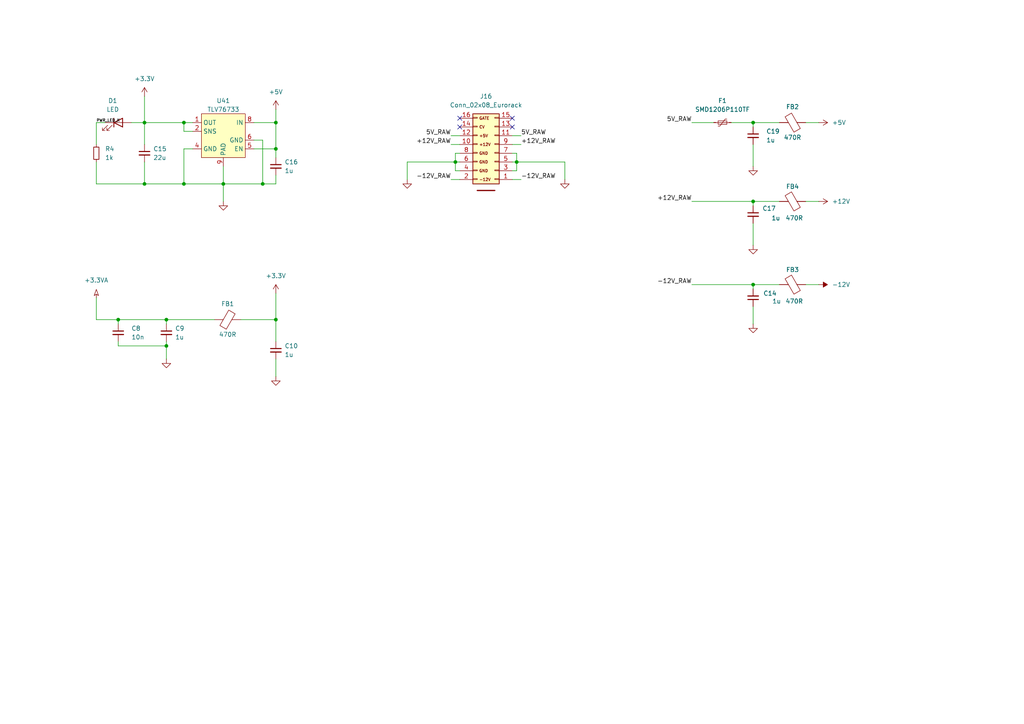
<source format=kicad_sch>
(kicad_sch (version 20231120) (generator "eeschema") (generator_version "8.0")
  (paper "A4")
  (lib_symbols
    (symbol "Device:C_Small" (pin_numbers hide) (pin_names (offset 0.254) hide)
      (property "Reference" "C" (at 0.254 1.778 0))
      (property "Value" "C_Small" (at 0.254 -2.032 0))
      (symbol "C_Small_0_1"
        (polyline (pts (xy -1.524 -0.508) (xy 1.524 -0.508)) (stroke (width 0.3302)))
        (polyline (pts (xy -1.524 0.508) (xy 1.524 0.508)) (stroke (width 0.3048)))
      )
      (symbol "C_Small_1_1"
        (pin passive line (at 0 2.54 270) (length 2.032) (name "~") (number "1"))
        (pin passive line (at 0 -2.54 90) (length 2.032) (name "~") (number "2"))
      )
    )
    (symbol "Device:FerriteBead" (pin_numbers hide) (pin_names (offset 0))
      (property "Reference" "FB" (at -3.81 0.635 90))
      (property "Value" "FerriteBead" (at 3.81 0 90))
      (symbol "FerriteBead_0_1"
        (polyline (pts (xy 0 -1.27) (xy 0 -1.2192)))
        (polyline (pts (xy 0 1.27) (xy 0 1.2954)))
        (polyline (pts (xy -2.7686 0.4064) (xy -1.7018 2.2606) (xy 2.7686 -0.3048) (xy 1.6764 -2.159) (xy -2.7686 0.4064)))
      )
      (symbol "FerriteBead_1_1"
        (pin passive line (at 0 3.81 270) (length 2.54) (name "~") (number "1"))
        (pin passive line (at 0 -3.81 90) (length 2.54) (name "~") (number "2"))
      )
    )
    (symbol "Device:LED" (pin_numbers hide) (pin_names (offset 1.016) hide)
      (property "Reference" "D" (at 0 2.54 0))
      (property "Value" "LED" (at 0 -2.54 0))
      (symbol "LED_0_1"
        (polyline (pts (xy -1.27 -1.27) (xy -1.27 1.27)) (stroke (width 0.254)))
        (polyline (pts (xy -1.27 0) (xy 1.27 0)))
        (polyline (pts (xy 1.27 -1.27) (xy 1.27 1.27) (xy -1.27 0) (xy 1.27 -1.27)) (stroke (width 0.254)))
        (polyline (pts (xy -3.048 -0.762) (xy -4.572 -2.286) (xy -3.81 -2.286) (xy -4.572 -2.286) (xy -4.572 -1.524)))
        (polyline (pts (xy -1.778 -0.762) (xy -3.302 -2.286) (xy -2.54 -2.286) (xy -3.302 -2.286) (xy -3.302 -1.524)))
      )
      (symbol "LED_1_1"
        (pin passive line (at -3.81 0 0) (length 2.54) (name "K") (number "1"))
        (pin passive line (at 3.81 0 180) (length 2.54) (name "A") (number "2"))
      )
    )
    (symbol "Device:Polyfuse_Small" (pin_numbers hide) (pin_names (offset 0))
      (property "Reference" "F" (at -1.905 0 90))
      (property "Value" "Polyfuse_Small" (at 1.905 0 90))
      (symbol "Polyfuse_Small_0_1"
        (rectangle (start -0.508 1.27) (end 0.508 -1.27))
        (polyline (pts (xy 0 2.54) (xy 0 -2.54)))
        (polyline (pts (xy -1.016 1.27) (xy -1.016 0.762) (xy 1.016 -0.762) (xy 1.016 -1.27)))
      )
      (symbol "Polyfuse_Small_1_1"
        (pin passive line (at 0 2.54 270) (length 0.635) (name "~") (number "1"))
        (pin passive line (at 0 -2.54 90) (length 0.635) (name "~") (number "2"))
      )
    )
    (symbol "Device:R_Small" (pin_numbers hide) (pin_names (offset 0.254) hide)
      (property "Reference" "R" (at 0.762 0.508 0))
      (property "Value" "R_Small" (at 0.762 -1.016 0))
      (symbol "R_Small_0_1"
        (rectangle (start -0.762 1.778) (end 0.762 -1.778) (stroke (width 0.2032)))
      )
      (symbol "R_Small_1_1"
        (pin passive line (at 0 2.54 270) (length 0.762) (name "~") (number "1"))
        (pin passive line (at 0 -2.54 90) (length 0.762) (name "~") (number "2"))
      )
    )
    (symbol "BMCV:Conn_02x08_Eurorack" (pin_names (offset 1.016) hide)
      (property "Reference" "J16" (at 1.016 -12.954 0))
      (property "Value" "Conn_02x08_Eurorack" (at 1.27 -15.24 0))
      (symbol "Conn_02x08_Eurorack_1_1"
        (rectangle (start -2.54 -10.16) (end -1.27 -10.414) (stroke (width 0.1524)))
        (rectangle (start -2.54 -7.62) (end -1.27 -7.874) (stroke (width 0.1524)))
        (rectangle (start -2.54 -5.08) (end -1.27 -5.334) (stroke (width 0.1524)))
        (rectangle (start -2.54 -2.54) (end -1.27 -2.794) (stroke (width 0.1524)))
        (rectangle (start -2.54 0) (end -1.27 -0.254) (stroke (width 0.1524)))
        (rectangle (start -2.54 2.54) (end -1.27 2.286) (stroke (width 0.1524)))
        (rectangle (start -2.54 5.08) (end -1.27 4.826) (stroke (width 0.1524)))
        (rectangle (start -2.54 7.62) (end -1.27 7.366) (stroke (width 0.1524)))
        (rectangle (start -2.54 8.89) (end 5.08 -11.43) (stroke (width 0.254)) (fill (type background)))
        (polyline (pts (xy -1.27 10.795) (xy 3.81 10.795)) (stroke (width 0.3556)))
        (rectangle (start 5.08 -10.16) (end 3.81 -10.414) (stroke (width 0.1524)))
        (rectangle (start 5.08 -7.62) (end 3.81 -7.874) (stroke (width 0.1524)))
        (rectangle (start 5.08 -5.08) (end 3.81 -5.334) (stroke (width 0.1524)))
        (rectangle (start 5.08 -2.54) (end 3.81 -2.794) (stroke (width 0.1524)))
        (rectangle (start 5.08 0) (end 3.81 -0.254) (stroke (width 0.1524)))
        (rectangle (start 5.08 2.54) (end 3.81 2.286) (stroke (width 0.1524)))
        (rectangle (start 5.08 5.08) (end 3.81 4.826) (stroke (width 0.1524)))
        (rectangle (start 5.08 7.62) (end 3.81 7.366) (stroke (width 0.1524)))
        (text "+12V" (at 3.302 -2.54 0) (effects (font (size 0.8128 0.8128)) (justify right)))
        (text "+5V" (at 3.302 -5.08 0) (effects (font (size 0.8128 0.8128)) (justify right)))
        (text "-12V" (at 3.302 7.62 0) (effects (font (size 0.8128 0.8128)) (justify right)))
        (text "CV" (at 3.302 -7.62 0) (effects (font (size 0.8128 0.8128)) (justify right)))
        (text "GATE" (at 3.302 -10.16 0) (effects (font (size 0.8128 0.8128)) (justify right)))
        (text "GND" (at 3.302 0 0) (effects (font (size 0.8128 0.8128)) (justify right)))
        (text "GND" (at 3.302 2.54 0) (effects (font (size 0.8128 0.8128)) (justify right)))
        (text "GND" (at 3.302 5.08 0) (effects (font (size 0.8128 0.8128)) (justify right)))
        (pin passive line (at -6.35 7.62 0) (length 3.81) (name "Pin_1") (number "1"))
        (pin passive line (at 8.89 -2.54 180) (length 3.81) (name "Pin_10") (number "10"))
        (pin passive line (at -6.35 -5.08 0) (length 3.81) (name "Pin_11") (number "11"))
        (pin passive line (at 8.89 -5.08 180) (length 3.81) (name "Pin_12") (number "12"))
        (pin passive line (at -6.35 -7.62 0) (length 3.81) (name "Pin_13") (number "13"))
        (pin passive line (at 8.89 -7.62 180) (length 3.81) (name "Pin_14") (number "14"))
        (pin passive line (at -6.35 -10.16 0) (length 3.81) (name "Pin_15") (number "15"))
        (pin passive line (at 8.89 -10.16 180) (length 3.81) (name "Pin_16") (number "16"))
        (pin passive line (at 8.89 7.62 180) (length 3.81) (name "Pin_2") (number "2"))
        (pin passive line (at -6.35 5.08 0) (length 3.81) (name "Pin_3") (number "3"))
        (pin passive line (at 8.89 5.08 180) (length 3.81) (name "Pin_4") (number "4"))
        (pin passive line (at -6.35 2.54 0) (length 3.81) (name "Pin_5") (number "5"))
        (pin passive line (at 8.89 2.54 180) (length 3.81) (name "Pin_6") (number "6"))
        (pin passive line (at -6.35 0 0) (length 3.81) (name "Pin_7") (number "7"))
        (pin passive line (at 8.89 0 180) (length 3.81) (name "Pin_8") (number "8"))
        (pin passive line (at -6.35 -2.54 0) (length 3.81) (name "Pin_9") (number "9"))
      )
    )
    (symbol "BMCV:TLV767XX"
      (property "Reference" "U" (at 0 0 0))
      (symbol "TLV767XX_1_1"
        (rectangle (start -6.35 6.35) (end 6.35 -6.35) (fill (type background)))
        (pin power_out line (at -8.89 3.81 0) (length 2.54) (name "OUT") (number "1"))
        (pin input line (at -8.89 1.27 0) (length 2.54) (name "SNS") (number "2"))
        (pin no_connect line (at -8.89 -1.27 0) (length 2.54) hide (name "") (number "3"))
        (pin power_in line (at -8.89 -3.81 0) (length 2.54) (name "GND") (number "4"))
        (pin input line (at 8.89 -3.81 180) (length 2.54) (name "EN") (number "5"))
        (pin power_in line (at 8.89 -1.27 180) (length 2.54) (name "GND") (number "6"))
        (pin no_connect line (at 8.89 1.27 180) (length 2.54) hide (name "") (number "7"))
        (pin power_in line (at 8.89 3.81 180) (length 2.54) (name "IN") (number "8"))
        (pin passive line (at 0 -8.89 90) (length 2.54) (name "PAD") (number "9"))
      )
    )
    (symbol "PCM_4ms_Power-symbol:+3.3V" (power) (pin_names (offset 0))
      (property "Value" "+3.3V" (at 0 3.556 0))
      (symbol "+3.3V_0_1"
        (polyline (pts (xy -0.762 1.27) (xy 0 2.54)))
        (polyline (pts (xy 0 0) (xy 0 2.54)))
        (polyline (pts (xy 0 2.54) (xy 0.762 1.27)))
      )
      (symbol "+3.3V_1_1"
        (pin power_in line (at 0 0 90) (length 0) hide (name "+3V3") (number "1"))
      )
    )
    (symbol "PCM_4ms_Power-symbol:+3.3VA" (power) (pin_names (offset 0))
      (property "Value" "+3.3VA" (at 0 3.81 0))
      (symbol "+3.3VA_0_0"
        (pin power_in line (at 0 0 90) (length 0) hide (name "+3.3VA") (number "1"))
      )
      (symbol "+3.3VA_0_1"
        (polyline (pts (xy 0 0) (xy 0 1.016) (xy 0 1.016)))
        (polyline (pts (xy 0 1.016) (xy -0.635 0.635) (xy 0 2.413) (xy 0.635 0.635) (xy 0 1.016)))
      )
    )
    (symbol "power:+12V" (power) (pin_numbers hide) (pin_names (offset 0) hide)
      (property "Value" "+12V" (at 0 3.556 0))
      (symbol "+12V_0_1"
        (polyline (pts (xy -0.762 1.27) (xy 0 2.54)))
        (polyline (pts (xy 0 0) (xy 0 2.54)))
        (polyline (pts (xy 0 2.54) (xy 0.762 1.27)))
      )
      (symbol "+12V_1_1"
        (pin power_in line (at 0 0 90) (length 0) (name "~") (number "1"))
      )
    )
    (symbol "power:+5V" (power) (pin_numbers hide) (pin_names (offset 0) hide)
      (property "Value" "+5V" (at 0 3.556 0))
      (symbol "+5V_0_1"
        (polyline (pts (xy -0.762 1.27) (xy 0 2.54)))
        (polyline (pts (xy 0 0) (xy 0 2.54)))
        (polyline (pts (xy 0 2.54) (xy 0.762 1.27)))
      )
      (symbol "+5V_1_1"
        (pin power_in line (at 0 0 90) (length 0) (name "~") (number "1"))
      )
    )
    (symbol "power:-12V" (power) (pin_numbers hide) (pin_names (offset 0) hide)
      (property "Value" "-12V" (at 0 3.556 0))
      (symbol "-12V_0_0"
        (pin power_in line (at 0 0 90) (length 0) (name "~") (number "1"))
      )
      (symbol "-12V_0_1"
        (polyline (pts (xy 0 0) (xy 0 1.27) (xy 0.762 1.27) (xy 0 2.54) (xy -0.762 1.27) (xy 0 1.27)) (fill (type outline)))
      )
    )
    (symbol "power:GND" (power) (pin_numbers hide) (pin_names (offset 0) hide)
      (property "Value" "GND" (at 0 -3.81 0))
      (symbol "GND_0_1"
        (polyline (pts (xy 0 0) (xy 0 -1.27) (xy 1.27 -1.27) (xy 0 -2.54) (xy -1.27 -1.27) (xy 0 -1.27)))
      )
      (symbol "GND_1_1"
        (pin power_in line (at 0 0 270) (length 0) (name "~") (number "1"))
      )
    )
  )
  (junction (at 76.2 53.34))
  (junction (at 41.91 53.34))
  (junction (at 218.44 35.56))
  (junction (at 80.01 35.56))
  (junction (at 48.26 92.71))
  (junction (at 53.34 35.56))
  (junction (at 41.91 35.56))
  (junction (at 132.08 46.99))
  (junction (at 34.29 92.71))
  (junction (at 80.01 43.18))
  (junction (at 149.86 46.99))
  (junction (at 218.44 58.42))
  (junction (at 80.01 92.71))
  (junction (at 53.34 53.34))
  (junction (at 64.77 53.34))
  (junction (at 218.44 82.55))
  (junction (at 48.26 100.33))
  (no_connect (at 148.59 36.83))
  (no_connect (at 148.59 34.29))
  (no_connect (at 133.35 34.29))
  (no_connect (at 133.35 36.83))
  (wire (pts (xy 133.35 49.53) (xy 132.08 49.53)))
  (wire (pts (xy 148.59 52.07) (xy 151.13 52.07)))
  (wire (pts (xy 38.1 35.56) (xy 41.91 35.56)))
  (wire (pts (xy 130.81 52.07) (xy 133.35 52.07)))
  (wire (pts (xy 34.29 92.71) (xy 34.29 93.98)))
  (wire (pts (xy 218.44 64.77) (xy 218.44 71.12)))
  (wire (pts (xy 69.85 92.71) (xy 80.01 92.71)))
  (wire (pts (xy 132.08 44.45) (xy 132.08 46.99)))
  (wire (pts (xy 118.11 46.99) (xy 118.11 52.07)))
  (wire (pts (xy 200.66 35.56) (xy 207.01 35.56)))
  (wire (pts (xy 27.94 92.71) (xy 34.29 92.71)))
  (wire (pts (xy 48.26 100.33) (xy 48.26 104.14)))
  (wire (pts (xy 53.34 38.1) (xy 53.34 35.56)))
  (wire (pts (xy 64.77 53.34) (xy 64.77 58.42)))
  (wire (pts (xy 80.01 50.8) (xy 80.01 53.34)))
  (wire (pts (xy 148.59 41.91) (xy 151.13 41.91)))
  (wire (pts (xy 48.26 92.71) (xy 62.23 92.71)))
  (wire (pts (xy 151.13 39.37) (xy 148.59 39.37)))
  (wire (pts (xy 48.26 99.06) (xy 48.26 100.33)))
  (wire (pts (xy 212.09 35.56) (xy 218.44 35.56)))
  (wire (pts (xy 64.77 53.34) (xy 76.2 53.34)))
  (wire (pts (xy 200.66 82.55) (xy 218.44 82.55)))
  (wire (pts (xy 80.01 104.14) (xy 80.01 109.22)))
  (wire (pts (xy 218.44 58.42) (xy 226.06 58.42)))
  (wire (pts (xy 27.94 86.36) (xy 27.94 92.71)))
  (wire (pts (xy 233.68 35.56) (xy 237.49 35.56)))
  (wire (pts (xy 76.2 40.64) (xy 73.66 40.64)))
  (wire (pts (xy 34.29 99.06) (xy 34.29 100.33)))
  (wire (pts (xy 53.34 43.18) (xy 53.34 53.34)))
  (wire (pts (xy 80.01 43.18) (xy 80.01 45.72)))
  (wire (pts (xy 218.44 82.55) (xy 218.44 83.82)))
  (wire (pts (xy 132.08 46.99) (xy 133.35 46.99)))
  (wire (pts (xy 218.44 35.56) (xy 226.06 35.56)))
  (wire (pts (xy 73.66 43.18) (xy 80.01 43.18)))
  (wire (pts (xy 133.35 44.45) (xy 132.08 44.45)))
  (wire (pts (xy 27.94 35.56) (xy 30.48 35.56)))
  (wire (pts (xy 218.44 82.55) (xy 226.06 82.55)))
  (wire (pts (xy 80.01 92.71) (xy 80.01 99.06)))
  (wire (pts (xy 80.01 35.56) (xy 73.66 35.56)))
  (wire (pts (xy 27.94 53.34) (xy 41.91 53.34)))
  (wire (pts (xy 41.91 35.56) (xy 41.91 27.94)))
  (wire (pts (xy 41.91 46.99) (xy 41.91 53.34)))
  (wire (pts (xy 218.44 41.91) (xy 218.44 48.26)))
  (wire (pts (xy 64.77 48.26) (xy 64.77 53.34)))
  (wire (pts (xy 148.59 44.45) (xy 149.86 44.45)))
  (wire (pts (xy 76.2 53.34) (xy 76.2 40.64)))
  (wire (pts (xy 53.34 35.56) (xy 41.91 35.56)))
  (wire (pts (xy 218.44 88.9) (xy 218.44 93.98)))
  (wire (pts (xy 149.86 44.45) (xy 149.86 46.99)))
  (wire (pts (xy 80.01 53.34) (xy 76.2 53.34)))
  (wire (pts (xy 148.59 49.53) (xy 149.86 49.53)))
  (wire (pts (xy 55.88 43.18) (xy 53.34 43.18)))
  (wire (pts (xy 27.94 35.56) (xy 27.94 41.91)))
  (wire (pts (xy 34.29 100.33) (xy 48.26 100.33)))
  (wire (pts (xy 41.91 35.56) (xy 41.91 41.91)))
  (wire (pts (xy 80.01 43.18) (xy 80.01 35.56)))
  (wire (pts (xy 53.34 53.34) (xy 64.77 53.34)))
  (wire (pts (xy 55.88 38.1) (xy 53.34 38.1)))
  (wire (pts (xy 163.83 46.99) (xy 163.83 52.07)))
  (wire (pts (xy 148.59 46.99) (xy 149.86 46.99)))
  (wire (pts (xy 132.08 46.99) (xy 132.08 49.53)))
  (wire (pts (xy 80.01 31.75) (xy 80.01 35.56)))
  (wire (pts (xy 149.86 46.99) (xy 149.86 49.53)))
  (wire (pts (xy 200.66 58.42) (xy 218.44 58.42)))
  (wire (pts (xy 130.81 39.37) (xy 133.35 39.37)))
  (wire (pts (xy 237.49 58.42) (xy 233.68 58.42)))
  (wire (pts (xy 132.08 46.99) (xy 118.11 46.99)))
  (wire (pts (xy 48.26 92.71) (xy 48.26 93.98)))
  (wire (pts (xy 41.91 53.34) (xy 53.34 53.34)))
  (wire (pts (xy 149.86 46.99) (xy 163.83 46.99)))
  (wire (pts (xy 80.01 85.09) (xy 80.01 92.71)))
  (wire (pts (xy 34.29 92.71) (xy 48.26 92.71)))
  (wire (pts (xy 55.88 35.56) (xy 53.34 35.56)))
  (wire (pts (xy 218.44 35.56) (xy 218.44 36.83)))
  (wire (pts (xy 237.49 82.55) (xy 233.68 82.55)))
  (wire (pts (xy 27.94 46.99) (xy 27.94 53.34)))
  (wire (pts (xy 130.81 41.91) (xy 133.35 41.91)))
  (wire (pts (xy 218.44 58.42) (xy 218.44 59.69)))
  (label "+12V_RAW" (at 151.13 41.91 0))
  (label "+12V_RAW" (at 130.81 41.91 180))
  (label "5V_RAW" (at 130.81 39.37 180))
  (label "5V_RAW" (at 151.13 39.37 0))
  (label "+12V_RAW" (at 200.66 58.42 180))
  (label "-12V_RAW" (at 151.13 52.07 0))
  (label "PWR_LED_K" (at 27.94 35.56 0) (effects (font (size 0.8 0.8))))
  (label "-12V_RAW" (at 130.81 52.07 180))
  (label "5V_RAW" (at 200.66 35.56 180))
  (label "-12V_RAW" (at 200.66 82.55 180))
  (symbol (lib_id "Device:C_Small") (at 218.44 39.37 0) (unit 1)
    (property "Reference" "C19" (at 222.25 38.0999 0) (effects (justify left)))
    (property "Value" "1u" (at 222.25 40.6399 0) (effects (justify left)))
    (property "Footprint" "Capacitor_SMD:C_0603_1608Metric" (effects (hide yes)))
    (property "Description" "Unpolarized capacitor, small symbol" (effects (hide yes)))
  )
  (symbol (lib_id "BMCV:TLV767XX") (at 64.77 39.37 0) (unit 1)
    (property "Reference" "U41" (at 64.77 29.21 0))
    (property "Value" "TLV76733" (at 64.77 31.75 0))
    (property "Footprint" "BMCV:HVSSOP-8-1EP_3x3mm_P0.65mm_EP1.57x1.89mm" (effects (hide yes)))
    (property "Description" "C2873382" (effects (hide yes)))
  )
  (symbol (lib_id "PCM_4ms_Power-symbol:+3.3V") (at 80.01 85.09 0) (unit 1)
    (property "Reference" "#PWR011" (effects (hide yes)))
    (property "Value" "+3.3V" (at 80.01 80.01 0))
  )
  (symbol (lib_id "Device:C_Small") (at 41.91 44.45 0) (unit 1)
    (property "Reference" "C15" (at 44.45 43.1862 0) (effects (justify left)))
    (property "Value" "22u" (at 44.45 45.7262 0) (effects (justify left)))
    (property "Footprint" "Capacitor_SMD:C_0805_2012Metric" (effects (hide yes)))
    (property "Description" "Unpolarized capacitor, small symbol" (effects (hide yes)))
  )
  (symbol (lib_id "Device:R_Small") (at 27.94 44.45 180) (unit 1)
    (property "Reference" "R4" (at 30.48 43.1799 0) (effects (justify right)))
    (property "Value" "1k" (at 30.48 45.7199 0) (effects (justify right)))
    (property "Footprint" "Resistor_SMD:R_0402_1005Metric" (effects (hide yes)))
    (property "Description" "Resistor, small symbol" (effects (hide yes)))
  )
  (symbol (lib_id "power:GND") (at 64.77 58.42 0) (unit 1)
    (property "Reference" "#PWR067" (effects (hide yes)))
    (property "Value" "GND" (effects (hide yes)))
    (property "Description" "Power symbol creates a global label with name \"GND\" , ground" (effects (hide yes)))
  )
  (symbol (lib_id "power:+12V") (at 237.49 58.42 270) (unit 1)
    (property "Reference" "#PWR020" (effects (hide yes)))
    (property "Value" "+12V" (at 241.3 58.4201 90) (effects (justify left)))
    (property "Description" "Power symbol creates a global label with name \"+12V\"" (effects (hide yes)))
  )
  (symbol (lib_id "PCM_4ms_Power-symbol:+3.3V") (at 41.91 27.94 0) (unit 1)
    (property "Reference" "#PWR066" (effects (hide yes)))
    (property "Value" "+3.3V" (at 41.91 22.86 0))
  )
  (symbol (lib_id "Device:FerriteBead") (at 66.04 92.71 90) (unit 1)
    (property "Reference" "FB1" (at 66.04 88.138 90))
    (property "Value" "470R" (at 66.04 97.028 90))
    (property "Footprint" "Inductor_SMD:L_0603_1608Metric" (effects (hide yes)))
    (property "Description" "Ferrite bead" (effects (hide yes)))
  )
  (symbol (lib_id "power:+5V") (at 80.01 31.75 0) (unit 1)
    (property "Reference" "#PWR068" (effects (hide yes)))
    (property "Value" "+5V" (at 80.01 26.67 0))
    (property "Description" "Power symbol creates a global label with name \"+5V\"" (effects (hide yes)))
  )
  (symbol (lib_id "power:-12V") (at 237.49 82.55 270) (mirror x) (unit 1)
    (property "Reference" "#PWR026" (effects (hide yes)))
    (property "Value" "-12V" (at 241.3 82.5499 90) (effects (justify left)))
    (property "Description" "Power symbol creates a global label with name \"-12V\"" (effects (hide yes)))
  )
  (symbol (lib_id "Device:FerriteBead") (at 229.87 82.55 270) (mirror x) (unit 1)
    (property "Reference" "FB3" (at 229.87 78.232 90))
    (property "Value" "470R" (at 230.378 87.376 90))
    (property "Footprint" "Inductor_SMD:L_0603_1608Metric" (effects (hide yes)))
    (property "Description" "Ferrite bead" (effects (hide yes)))
  )
  (symbol (lib_id "power:GND") (at 163.83 52.07 0) (unit 1)
    (property "Reference" "#PWR022" (effects (hide yes)))
    (property "Value" "GND" (effects (hide yes)))
    (property "Description" "Power symbol creates a global label with name \"GND\" , ground" (effects (hide yes)))
  )
  (symbol (lib_id "Device:C_Small") (at 48.26 96.52 0) (unit 1)
    (property "Reference" "C9" (at 50.8 95.2562 0) (effects (justify left)))
    (property "Value" "1u" (at 50.8 97.7962 0) (effects (justify left)))
    (property "Footprint" "Capacitor_SMD:C_0603_1608Metric" (effects (hide yes)))
    (property "Description" "Unpolarized capacitor, small symbol" (effects (hide yes)))
  )
  (symbol (lib_id "power:GND") (at 218.44 48.26 0) (unit 1)
    (property "Reference" "#PWR05" (effects (hide yes)))
    (property "Value" "GND" (effects (hide yes)))
    (property "Description" "Power symbol creates a global label with name \"GND\" , ground" (effects (hide yes)))
  )
  (symbol (lib_id "power:GND") (at 48.26 104.14 0) (unit 1)
    (property "Reference" "#PWR010" (effects (hide yes)))
    (property "Value" "GND" (effects (hide yes)))
    (property "Description" "Power symbol creates a global label with name \"GND\" , ground" (effects (hide yes)))
  )
  (symbol (lib_id "Device:FerriteBead") (at 229.87 35.56 270) (mirror x) (unit 1)
    (property "Reference" "FB2" (at 229.87 30.988 90))
    (property "Value" "470R" (at 229.87 39.878 90))
    (property "Footprint" "Inductor_SMD:L_0603_1608Metric" (effects (hide yes)))
    (property "Description" "Ferrite bead" (effects (hide yes)))
  )
  (symbol (lib_id "PCM_4ms_Power-symbol:+3.3VA") (at 27.94 86.36 0) (unit 1)
    (property "Reference" "#PWR09" (effects (hide yes)))
    (property "Value" "+3.3VA" (at 27.94 81.28 0))
  )
  (symbol (lib_id "power:GND") (at 80.01 109.22 0) (unit 1)
    (property "Reference" "#PWR012" (effects (hide yes)))
    (property "Value" "GND" (effects (hide yes)))
    (property "Description" "Power symbol creates a global label with name \"GND\" , ground" (effects (hide yes)))
  )
  (symbol (lib_id "Device:Polyfuse_Small") (at 209.55 35.56 90) (unit 1)
    (property "Reference" "F1" (at 209.55 29.21 90))
    (property "Value" "SMD1206P110TF" (at 209.55 31.75 90))
    (property "Footprint" "Fuse:Fuse_1206_3216Metric" (effects (hide yes)))
    (property "Description" "Resettable fuse, polymeric positive temperature coefficient, small symbol" (effects (hide yes)))
  )
  (symbol (lib_id "Device:C_Small") (at 80.01 101.6 0) (unit 1)
    (property "Reference" "C10" (at 82.55 100.3362 0) (effects (justify left)))
    (property "Value" "1u" (at 82.55 102.8762 0) (effects (justify left)))
    (property "Footprint" "Capacitor_SMD:C_0603_1608Metric" (effects (hide yes)))
    (property "Description" "Unpolarized capacitor, small symbol" (effects (hide yes)))
  )
  (symbol (lib_id "Device:FerriteBead") (at 229.87 58.42 270) (mirror x) (unit 1)
    (property "Reference" "FB4" (at 229.87 54.102 90))
    (property "Value" "470R" (at 230.378 63.246 90))
    (property "Footprint" "Inductor_SMD:L_0603_1608Metric" (effects (hide yes)))
    (property "Description" "Ferrite bead" (effects (hide yes)))
  )
  (symbol (lib_id "Device:C_Small") (at 218.44 86.36 0) (mirror x) (unit 1)
    (property "Reference" "C14" (at 225.298 85.09 0) (effects (justify right)))
    (property "Value" "1u" (at 226.568 87.376 0) (effects (justify right)))
    (property "Footprint" "Capacitor_SMD:C_0603_1608Metric" (effects (hide yes)))
    (property "Description" "Unpolarized capacitor, small symbol" (effects (hide yes)))
  )
  (symbol (lib_id "power:GND") (at 118.11 52.07 0) (unit 1)
    (property "Reference" "#PWR021" (effects (hide yes)))
    (property "Value" "GND" (effects (hide yes)))
    (property "Description" "Power symbol creates a global label with name \"GND\" , ground" (effects (hide yes)))
  )
  (symbol (lib_id "Device:C_Small") (at 80.01 48.26 0) (unit 1)
    (property "Reference" "C16" (at 82.55 46.9962 0) (effects (justify left)))
    (property "Value" "1u" (at 82.55 49.5362 0) (effects (justify left)))
    (property "Footprint" "Capacitor_SMD:C_0603_1608Metric" (effects (hide yes)))
    (property "Description" "Unpolarized capacitor, small symbol" (effects (hide yes)))
  )
  (symbol (lib_id "power:GND") (at 218.44 71.12 0) (unit 1)
    (property "Reference" "#PWR016" (effects (hide yes)))
    (property "Value" "GND" (effects (hide yes)))
    (property "Description" "Power symbol creates a global label with name \"GND\" , ground" (effects (hide yes)))
  )
  (symbol (lib_id "power:GND") (at 218.44 93.98 0) (mirror y) (unit 1)
    (property "Reference" "#PWR017" (effects (hide yes)))
    (property "Value" "GND" (effects (hide yes)))
    (property "Description" "Power symbol creates a global label with name \"GND\" , ground" (effects (hide yes)))
  )
  (symbol (lib_id "BMCV:Conn_02x08_Eurorack") (at 142.24 44.45 180) (unit 1)
    (property "Reference" "J16" (at 140.97 27.94 0))
    (property "Value" "Conn_02x08_Eurorack" (at 140.97 30.48 0))
    (property "Footprint" "BMCV:Eurorack_Full_IDC_Vertical" (effects (hide yes)))
    (property "Description" "Generic connector, double row, 02x08, odd/even pin numbering scheme (row 1 odd numbers, row 2 even numbers), script generated (kicad-library-utils/schlib/autogen/connector/)" (effects (hide yes)))
  )
  (symbol (lib_id "Device:C_Small") (at 218.44 62.23 0) (unit 1)
    (property "Reference" "C17" (at 225.044 60.452 0) (effects (justify right)))
    (property "Value" "1u" (at 226.314 63.246 0) (effects (justify right)))
    (property "Footprint" "Capacitor_SMD:C_0603_1608Metric" (effects (hide yes)))
    (property "Description" "Unpolarized capacitor, small symbol" (effects (hide yes)))
  )
  (symbol (lib_id "Device:C_Small") (at 34.29 96.52 0) (unit 1)
    (property "Reference" "C8" (at 38.1 95.2499 0) (effects (justify left)))
    (property "Value" "10n" (at 38.1 97.7899 0) (effects (justify left)))
    (property "Footprint" "Capacitor_SMD:C_0402_1005Metric" (effects (hide yes)))
    (property "Description" "Unpolarized capacitor, small symbol" (effects (hide yes)))
  )
  (symbol (lib_id "Device:LED") (at 34.29 35.56 0) (unit 1)
    (property "Reference" "D1" (at 32.7025 29.21 0))
    (property "Value" "LED" (at 32.7025 31.75 0))
    (property "Footprint" "LED_SMD:LED_0603_1608Metric" (effects (hide yes)))
    (property "Description" "Light emitting diode" (effects (hide yes)))
  )
  (symbol (lib_id "power:+5V") (at 237.49 35.56 270) (unit 1)
    (property "Reference" "#PWR018" (effects (hide yes)))
    (property "Value" "+5V" (at 241.3 35.5599 90) (effects (justify left)))
    (property "Description" "Power symbol creates a global label with name \"+5V\"" (effects (hide yes)))
  )
)
</source>
